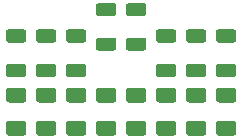
<source format=gbr>
%TF.GenerationSoftware,KiCad,Pcbnew,(5.1.10-1-10_14)*%
%TF.CreationDate,2021-09-10T18:45:47-04:00*%
%TF.ProjectId,led-bar,6c65642d-6261-4722-9e6b-696361645f70,rev?*%
%TF.SameCoordinates,Original*%
%TF.FileFunction,Paste,Top*%
%TF.FilePolarity,Positive*%
%FSLAX46Y46*%
G04 Gerber Fmt 4.6, Leading zero omitted, Abs format (unit mm)*
G04 Created by KiCad (PCBNEW (5.1.10-1-10_14)) date 2021-09-10 18:45:47*
%MOMM*%
%LPD*%
G01*
G04 APERTURE LIST*
G04 APERTURE END LIST*
%TO.C,R2*%
G36*
G01*
X165217001Y-78856000D02*
X163966999Y-78856000D01*
G75*
G02*
X163717000Y-78606001I0J249999D01*
G01*
X163717000Y-77980999D01*
G75*
G02*
X163966999Y-77731000I249999J0D01*
G01*
X165217001Y-77731000D01*
G75*
G02*
X165467000Y-77980999I0J-249999D01*
G01*
X165467000Y-78606001D01*
G75*
G02*
X165217001Y-78856000I-249999J0D01*
G01*
G37*
G36*
G01*
X165217001Y-81781000D02*
X163966999Y-81781000D01*
G75*
G02*
X163717000Y-81531001I0J249999D01*
G01*
X163717000Y-80905999D01*
G75*
G02*
X163966999Y-80656000I249999J0D01*
G01*
X165217001Y-80656000D01*
G75*
G02*
X165467000Y-80905999I0J-249999D01*
G01*
X165467000Y-81531001D01*
G75*
G02*
X165217001Y-81781000I-249999J0D01*
G01*
G37*
%TD*%
%TO.C,D2*%
G36*
G01*
X163967000Y-85481000D02*
X165217000Y-85481000D01*
G75*
G02*
X165467000Y-85731000I0J-250000D01*
G01*
X165467000Y-86481000D01*
G75*
G02*
X165217000Y-86731000I-250000J0D01*
G01*
X163967000Y-86731000D01*
G75*
G02*
X163717000Y-86481000I0J250000D01*
G01*
X163717000Y-85731000D01*
G75*
G02*
X163967000Y-85481000I250000J0D01*
G01*
G37*
G36*
G01*
X163967000Y-82681000D02*
X165217000Y-82681000D01*
G75*
G02*
X165467000Y-82931000I0J-250000D01*
G01*
X165467000Y-83681000D01*
G75*
G02*
X165217000Y-83931000I-250000J0D01*
G01*
X163967000Y-83931000D01*
G75*
G02*
X163717000Y-83681000I0J250000D01*
G01*
X163717000Y-82931000D01*
G75*
G02*
X163967000Y-82681000I250000J0D01*
G01*
G37*
%TD*%
%TO.C,R8*%
G36*
G01*
X182997001Y-78856000D02*
X181746999Y-78856000D01*
G75*
G02*
X181497000Y-78606001I0J249999D01*
G01*
X181497000Y-77980999D01*
G75*
G02*
X181746999Y-77731000I249999J0D01*
G01*
X182997001Y-77731000D01*
G75*
G02*
X183247000Y-77980999I0J-249999D01*
G01*
X183247000Y-78606001D01*
G75*
G02*
X182997001Y-78856000I-249999J0D01*
G01*
G37*
G36*
G01*
X182997001Y-81781000D02*
X181746999Y-81781000D01*
G75*
G02*
X181497000Y-81531001I0J249999D01*
G01*
X181497000Y-80905999D01*
G75*
G02*
X181746999Y-80656000I249999J0D01*
G01*
X182997001Y-80656000D01*
G75*
G02*
X183247000Y-80905999I0J-249999D01*
G01*
X183247000Y-81531001D01*
G75*
G02*
X182997001Y-81781000I-249999J0D01*
G01*
G37*
%TD*%
%TO.C,R7*%
G36*
G01*
X180457001Y-78856000D02*
X179206999Y-78856000D01*
G75*
G02*
X178957000Y-78606001I0J249999D01*
G01*
X178957000Y-77980999D01*
G75*
G02*
X179206999Y-77731000I249999J0D01*
G01*
X180457001Y-77731000D01*
G75*
G02*
X180707000Y-77980999I0J-249999D01*
G01*
X180707000Y-78606001D01*
G75*
G02*
X180457001Y-78856000I-249999J0D01*
G01*
G37*
G36*
G01*
X180457001Y-81781000D02*
X179206999Y-81781000D01*
G75*
G02*
X178957000Y-81531001I0J249999D01*
G01*
X178957000Y-80905999D01*
G75*
G02*
X179206999Y-80656000I249999J0D01*
G01*
X180457001Y-80656000D01*
G75*
G02*
X180707000Y-80905999I0J-249999D01*
G01*
X180707000Y-81531001D01*
G75*
G02*
X180457001Y-81781000I-249999J0D01*
G01*
G37*
%TD*%
%TO.C,R6*%
G36*
G01*
X177917001Y-78856000D02*
X176666999Y-78856000D01*
G75*
G02*
X176417000Y-78606001I0J249999D01*
G01*
X176417000Y-77980999D01*
G75*
G02*
X176666999Y-77731000I249999J0D01*
G01*
X177917001Y-77731000D01*
G75*
G02*
X178167000Y-77980999I0J-249999D01*
G01*
X178167000Y-78606001D01*
G75*
G02*
X177917001Y-78856000I-249999J0D01*
G01*
G37*
G36*
G01*
X177917001Y-81781000D02*
X176666999Y-81781000D01*
G75*
G02*
X176417000Y-81531001I0J249999D01*
G01*
X176417000Y-80905999D01*
G75*
G02*
X176666999Y-80656000I249999J0D01*
G01*
X177917001Y-80656000D01*
G75*
G02*
X178167000Y-80905999I0J-249999D01*
G01*
X178167000Y-81531001D01*
G75*
G02*
X177917001Y-81781000I-249999J0D01*
G01*
G37*
%TD*%
%TO.C,R5*%
G36*
G01*
X175377001Y-76631500D02*
X174126999Y-76631500D01*
G75*
G02*
X173877000Y-76381501I0J249999D01*
G01*
X173877000Y-75756499D01*
G75*
G02*
X174126999Y-75506500I249999J0D01*
G01*
X175377001Y-75506500D01*
G75*
G02*
X175627000Y-75756499I0J-249999D01*
G01*
X175627000Y-76381501D01*
G75*
G02*
X175377001Y-76631500I-249999J0D01*
G01*
G37*
G36*
G01*
X175377001Y-79556500D02*
X174126999Y-79556500D01*
G75*
G02*
X173877000Y-79306501I0J249999D01*
G01*
X173877000Y-78681499D01*
G75*
G02*
X174126999Y-78431500I249999J0D01*
G01*
X175377001Y-78431500D01*
G75*
G02*
X175627000Y-78681499I0J-249999D01*
G01*
X175627000Y-79306501D01*
G75*
G02*
X175377001Y-79556500I-249999J0D01*
G01*
G37*
%TD*%
%TO.C,R4*%
G36*
G01*
X172837001Y-76631500D02*
X171586999Y-76631500D01*
G75*
G02*
X171337000Y-76381501I0J249999D01*
G01*
X171337000Y-75756499D01*
G75*
G02*
X171586999Y-75506500I249999J0D01*
G01*
X172837001Y-75506500D01*
G75*
G02*
X173087000Y-75756499I0J-249999D01*
G01*
X173087000Y-76381501D01*
G75*
G02*
X172837001Y-76631500I-249999J0D01*
G01*
G37*
G36*
G01*
X172837001Y-79556500D02*
X171586999Y-79556500D01*
G75*
G02*
X171337000Y-79306501I0J249999D01*
G01*
X171337000Y-78681499D01*
G75*
G02*
X171586999Y-78431500I249999J0D01*
G01*
X172837001Y-78431500D01*
G75*
G02*
X173087000Y-78681499I0J-249999D01*
G01*
X173087000Y-79306501D01*
G75*
G02*
X172837001Y-79556500I-249999J0D01*
G01*
G37*
%TD*%
%TO.C,R3*%
G36*
G01*
X170297001Y-78856000D02*
X169046999Y-78856000D01*
G75*
G02*
X168797000Y-78606001I0J249999D01*
G01*
X168797000Y-77980999D01*
G75*
G02*
X169046999Y-77731000I249999J0D01*
G01*
X170297001Y-77731000D01*
G75*
G02*
X170547000Y-77980999I0J-249999D01*
G01*
X170547000Y-78606001D01*
G75*
G02*
X170297001Y-78856000I-249999J0D01*
G01*
G37*
G36*
G01*
X170297001Y-81781000D02*
X169046999Y-81781000D01*
G75*
G02*
X168797000Y-81531001I0J249999D01*
G01*
X168797000Y-80905999D01*
G75*
G02*
X169046999Y-80656000I249999J0D01*
G01*
X170297001Y-80656000D01*
G75*
G02*
X170547000Y-80905999I0J-249999D01*
G01*
X170547000Y-81531001D01*
G75*
G02*
X170297001Y-81781000I-249999J0D01*
G01*
G37*
%TD*%
%TO.C,R1*%
G36*
G01*
X167757001Y-78856000D02*
X166506999Y-78856000D01*
G75*
G02*
X166257000Y-78606001I0J249999D01*
G01*
X166257000Y-77980999D01*
G75*
G02*
X166506999Y-77731000I249999J0D01*
G01*
X167757001Y-77731000D01*
G75*
G02*
X168007000Y-77980999I0J-249999D01*
G01*
X168007000Y-78606001D01*
G75*
G02*
X167757001Y-78856000I-249999J0D01*
G01*
G37*
G36*
G01*
X167757001Y-81781000D02*
X166506999Y-81781000D01*
G75*
G02*
X166257000Y-81531001I0J249999D01*
G01*
X166257000Y-80905999D01*
G75*
G02*
X166506999Y-80656000I249999J0D01*
G01*
X167757001Y-80656000D01*
G75*
G02*
X168007000Y-80905999I0J-249999D01*
G01*
X168007000Y-81531001D01*
G75*
G02*
X167757001Y-81781000I-249999J0D01*
G01*
G37*
%TD*%
%TO.C,D8*%
G36*
G01*
X181747000Y-85481000D02*
X182997000Y-85481000D01*
G75*
G02*
X183247000Y-85731000I0J-250000D01*
G01*
X183247000Y-86481000D01*
G75*
G02*
X182997000Y-86731000I-250000J0D01*
G01*
X181747000Y-86731000D01*
G75*
G02*
X181497000Y-86481000I0J250000D01*
G01*
X181497000Y-85731000D01*
G75*
G02*
X181747000Y-85481000I250000J0D01*
G01*
G37*
G36*
G01*
X181747000Y-82681000D02*
X182997000Y-82681000D01*
G75*
G02*
X183247000Y-82931000I0J-250000D01*
G01*
X183247000Y-83681000D01*
G75*
G02*
X182997000Y-83931000I-250000J0D01*
G01*
X181747000Y-83931000D01*
G75*
G02*
X181497000Y-83681000I0J250000D01*
G01*
X181497000Y-82931000D01*
G75*
G02*
X181747000Y-82681000I250000J0D01*
G01*
G37*
%TD*%
%TO.C,D7*%
G36*
G01*
X179207000Y-85481000D02*
X180457000Y-85481000D01*
G75*
G02*
X180707000Y-85731000I0J-250000D01*
G01*
X180707000Y-86481000D01*
G75*
G02*
X180457000Y-86731000I-250000J0D01*
G01*
X179207000Y-86731000D01*
G75*
G02*
X178957000Y-86481000I0J250000D01*
G01*
X178957000Y-85731000D01*
G75*
G02*
X179207000Y-85481000I250000J0D01*
G01*
G37*
G36*
G01*
X179207000Y-82681000D02*
X180457000Y-82681000D01*
G75*
G02*
X180707000Y-82931000I0J-250000D01*
G01*
X180707000Y-83681000D01*
G75*
G02*
X180457000Y-83931000I-250000J0D01*
G01*
X179207000Y-83931000D01*
G75*
G02*
X178957000Y-83681000I0J250000D01*
G01*
X178957000Y-82931000D01*
G75*
G02*
X179207000Y-82681000I250000J0D01*
G01*
G37*
%TD*%
%TO.C,D6*%
G36*
G01*
X176667000Y-85481000D02*
X177917000Y-85481000D01*
G75*
G02*
X178167000Y-85731000I0J-250000D01*
G01*
X178167000Y-86481000D01*
G75*
G02*
X177917000Y-86731000I-250000J0D01*
G01*
X176667000Y-86731000D01*
G75*
G02*
X176417000Y-86481000I0J250000D01*
G01*
X176417000Y-85731000D01*
G75*
G02*
X176667000Y-85481000I250000J0D01*
G01*
G37*
G36*
G01*
X176667000Y-82681000D02*
X177917000Y-82681000D01*
G75*
G02*
X178167000Y-82931000I0J-250000D01*
G01*
X178167000Y-83681000D01*
G75*
G02*
X177917000Y-83931000I-250000J0D01*
G01*
X176667000Y-83931000D01*
G75*
G02*
X176417000Y-83681000I0J250000D01*
G01*
X176417000Y-82931000D01*
G75*
G02*
X176667000Y-82681000I250000J0D01*
G01*
G37*
%TD*%
%TO.C,D5*%
G36*
G01*
X174127000Y-85487000D02*
X175377000Y-85487000D01*
G75*
G02*
X175627000Y-85737000I0J-250000D01*
G01*
X175627000Y-86487000D01*
G75*
G02*
X175377000Y-86737000I-250000J0D01*
G01*
X174127000Y-86737000D01*
G75*
G02*
X173877000Y-86487000I0J250000D01*
G01*
X173877000Y-85737000D01*
G75*
G02*
X174127000Y-85487000I250000J0D01*
G01*
G37*
G36*
G01*
X174127000Y-82687000D02*
X175377000Y-82687000D01*
G75*
G02*
X175627000Y-82937000I0J-250000D01*
G01*
X175627000Y-83687000D01*
G75*
G02*
X175377000Y-83937000I-250000J0D01*
G01*
X174127000Y-83937000D01*
G75*
G02*
X173877000Y-83687000I0J250000D01*
G01*
X173877000Y-82937000D01*
G75*
G02*
X174127000Y-82687000I250000J0D01*
G01*
G37*
%TD*%
%TO.C,D4*%
G36*
G01*
X171587000Y-85487000D02*
X172837000Y-85487000D01*
G75*
G02*
X173087000Y-85737000I0J-250000D01*
G01*
X173087000Y-86487000D01*
G75*
G02*
X172837000Y-86737000I-250000J0D01*
G01*
X171587000Y-86737000D01*
G75*
G02*
X171337000Y-86487000I0J250000D01*
G01*
X171337000Y-85737000D01*
G75*
G02*
X171587000Y-85487000I250000J0D01*
G01*
G37*
G36*
G01*
X171587000Y-82687000D02*
X172837000Y-82687000D01*
G75*
G02*
X173087000Y-82937000I0J-250000D01*
G01*
X173087000Y-83687000D01*
G75*
G02*
X172837000Y-83937000I-250000J0D01*
G01*
X171587000Y-83937000D01*
G75*
G02*
X171337000Y-83687000I0J250000D01*
G01*
X171337000Y-82937000D01*
G75*
G02*
X171587000Y-82687000I250000J0D01*
G01*
G37*
%TD*%
%TO.C,D3*%
G36*
G01*
X169047000Y-85481000D02*
X170297000Y-85481000D01*
G75*
G02*
X170547000Y-85731000I0J-250000D01*
G01*
X170547000Y-86481000D01*
G75*
G02*
X170297000Y-86731000I-250000J0D01*
G01*
X169047000Y-86731000D01*
G75*
G02*
X168797000Y-86481000I0J250000D01*
G01*
X168797000Y-85731000D01*
G75*
G02*
X169047000Y-85481000I250000J0D01*
G01*
G37*
G36*
G01*
X169047000Y-82681000D02*
X170297000Y-82681000D01*
G75*
G02*
X170547000Y-82931000I0J-250000D01*
G01*
X170547000Y-83681000D01*
G75*
G02*
X170297000Y-83931000I-250000J0D01*
G01*
X169047000Y-83931000D01*
G75*
G02*
X168797000Y-83681000I0J250000D01*
G01*
X168797000Y-82931000D01*
G75*
G02*
X169047000Y-82681000I250000J0D01*
G01*
G37*
%TD*%
%TO.C,D1*%
G36*
G01*
X166507000Y-85481000D02*
X167757000Y-85481000D01*
G75*
G02*
X168007000Y-85731000I0J-250000D01*
G01*
X168007000Y-86481000D01*
G75*
G02*
X167757000Y-86731000I-250000J0D01*
G01*
X166507000Y-86731000D01*
G75*
G02*
X166257000Y-86481000I0J250000D01*
G01*
X166257000Y-85731000D01*
G75*
G02*
X166507000Y-85481000I250000J0D01*
G01*
G37*
G36*
G01*
X166507000Y-82681000D02*
X167757000Y-82681000D01*
G75*
G02*
X168007000Y-82931000I0J-250000D01*
G01*
X168007000Y-83681000D01*
G75*
G02*
X167757000Y-83931000I-250000J0D01*
G01*
X166507000Y-83931000D01*
G75*
G02*
X166257000Y-83681000I0J250000D01*
G01*
X166257000Y-82931000D01*
G75*
G02*
X166507000Y-82681000I250000J0D01*
G01*
G37*
%TD*%
M02*

</source>
